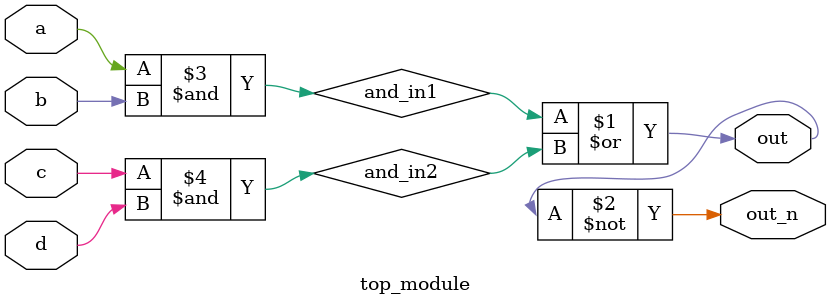
<source format=v>
`default_nettype none
module top_module(
    input a,
    input b,
    input c,
    input d,
    output out,
    output out_n   ); 
    wire and_in1,and_in2;
    assign out=and_in1|and_in2;
    assign out_n=~out;
    assign and_in1=a&b;
	assign and_in2=c&d;
endmodule

</source>
